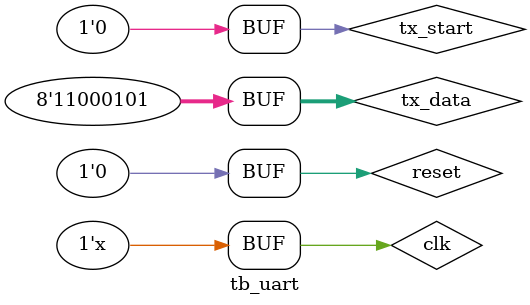
<source format=v>
`timescale 1ns / 1ps

module tb_uart ();
    reg        clk;
    reg        reset;
    reg        tx_start;
    reg  [7:0] tx_data;
    // reg        rx;

    wire       tx;
    wire       tx_done;
    wire [7:0] rx_data;
    wire       rx_done;

    uart dut (
        .clk(clk),
        .reset(reset),
        .tx_start(tx_start),
        .tx_data(tx_data),
        .rx(tx),

        .tx(tx),
        .tx_done(tx_done),
        .rx_data(rx_data),
        .rx_done(rx_done)
    );


    always #3 clk = ~clk;

    initial begin
        clk = 1'b0;
        reset = 1'b1;
        tx_start = 1'b0;
        // rx = 1'b1;
    end

    initial begin
        #20 reset = 1'b0;
        #100 tx_data = 8'b11000101;
        #965 tx_start = 1'b1;
        #6 tx_start = 1'b0;
    end
endmodule

</source>
